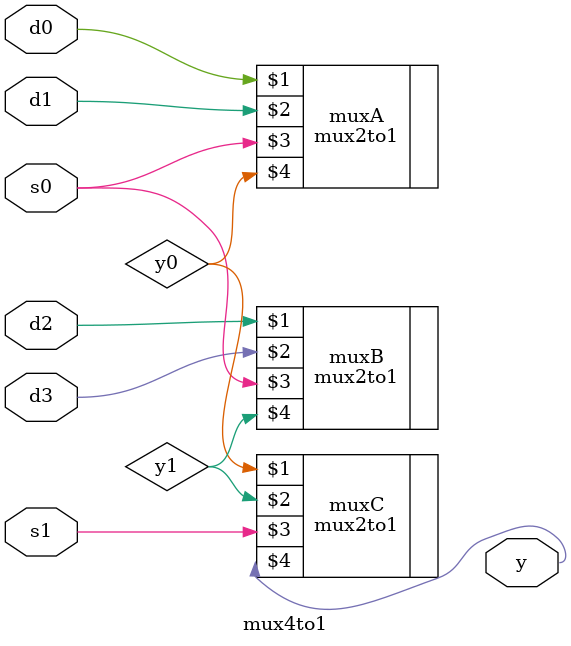
<source format=sv>
module mux4to1 (
	input  logic d0, d1, d2, d3,
	input  logic s0, s1,
	output logic y
	);
	
	logic y0, y1;
	
	mux2to1 muxA(d0, d1, s0, y0);
	mux2to1 muxB(d2, d3, s0, y1);

	mux2to1 muxC(y0, y1, s1, y);

endmodule

</source>
